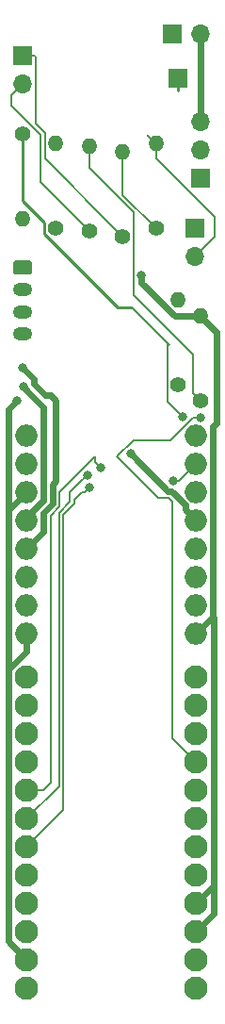
<source format=gbr>
G04 #@! TF.GenerationSoftware,KiCad,Pcbnew,5.1.2-f72e74a~84~ubuntu18.04.1*
G04 #@! TF.CreationDate,2019-08-23T19:05:58+08:00*
G04 #@! TF.ProjectId,handyfan,68616e64-7966-4616-9e2e-6b696361645f,rev?*
G04 #@! TF.SameCoordinates,Original*
G04 #@! TF.FileFunction,Copper,L2,Bot*
G04 #@! TF.FilePolarity,Positive*
%FSLAX46Y46*%
G04 Gerber Fmt 4.6, Leading zero omitted, Abs format (unit mm)*
G04 Created by KiCad (PCBNEW 5.1.2-f72e74a~84~ubuntu18.04.1) date 2019-08-23 19:05:58*
%MOMM*%
%LPD*%
G04 APERTURE LIST*
%ADD10C,2.100000*%
%ADD11R,1.700000X1.700000*%
%ADD12O,1.700000X1.700000*%
%ADD13C,0.100000*%
%ADD14C,1.200000*%
%ADD15O,1.750000X1.200000*%
%ADD16C,1.400000*%
%ADD17O,1.400000X1.400000*%
%ADD18O,2.000000X2.000000*%
%ADD19C,0.800000*%
%ADD20C,0.250000*%
%ADD21C,0.600000*%
%ADD22C,0.200000*%
G04 APERTURE END LIST*
D10*
X107620000Y-153700000D03*
X107620000Y-151160000D03*
X107620000Y-148620000D03*
X107620000Y-146080000D03*
X107620000Y-143540000D03*
X107620000Y-141000000D03*
X107620000Y-138460000D03*
X107620000Y-135920000D03*
X107620000Y-133380000D03*
X107620000Y-130840000D03*
X107620000Y-128300000D03*
X107620000Y-125760000D03*
X92380000Y-125760000D03*
X92380000Y-128300000D03*
X92380000Y-130840000D03*
X92380000Y-133380000D03*
X92380000Y-135920000D03*
X92380000Y-138460000D03*
X92380000Y-141000000D03*
X92380000Y-143540000D03*
X92380000Y-146080000D03*
X92380000Y-148620000D03*
X92380000Y-151160000D03*
X92380000Y-153700000D03*
D11*
X106000000Y-72000000D03*
X105460000Y-68000000D03*
D12*
X108000000Y-68000000D03*
D11*
X92000000Y-70000000D03*
D12*
X92000000Y-72540000D03*
X107500000Y-88040000D03*
D11*
X107500000Y-85500000D03*
X108000000Y-81000000D03*
D12*
X108000000Y-78460000D03*
X108000000Y-75920000D03*
D13*
G36*
X92649505Y-88401204D02*
G01*
X92673773Y-88404804D01*
X92697572Y-88410765D01*
X92720671Y-88419030D01*
X92742850Y-88429520D01*
X92763893Y-88442132D01*
X92783599Y-88456747D01*
X92801777Y-88473223D01*
X92818253Y-88491401D01*
X92832868Y-88511107D01*
X92845480Y-88532150D01*
X92855970Y-88554329D01*
X92864235Y-88577428D01*
X92870196Y-88601227D01*
X92873796Y-88625495D01*
X92875000Y-88649999D01*
X92875000Y-89350001D01*
X92873796Y-89374505D01*
X92870196Y-89398773D01*
X92864235Y-89422572D01*
X92855970Y-89445671D01*
X92845480Y-89467850D01*
X92832868Y-89488893D01*
X92818253Y-89508599D01*
X92801777Y-89526777D01*
X92783599Y-89543253D01*
X92763893Y-89557868D01*
X92742850Y-89570480D01*
X92720671Y-89580970D01*
X92697572Y-89589235D01*
X92673773Y-89595196D01*
X92649505Y-89598796D01*
X92625001Y-89600000D01*
X91374999Y-89600000D01*
X91350495Y-89598796D01*
X91326227Y-89595196D01*
X91302428Y-89589235D01*
X91279329Y-89580970D01*
X91257150Y-89570480D01*
X91236107Y-89557868D01*
X91216401Y-89543253D01*
X91198223Y-89526777D01*
X91181747Y-89508599D01*
X91167132Y-89488893D01*
X91154520Y-89467850D01*
X91144030Y-89445671D01*
X91135765Y-89422572D01*
X91129804Y-89398773D01*
X91126204Y-89374505D01*
X91125000Y-89350001D01*
X91125000Y-88649999D01*
X91126204Y-88625495D01*
X91129804Y-88601227D01*
X91135765Y-88577428D01*
X91144030Y-88554329D01*
X91154520Y-88532150D01*
X91167132Y-88511107D01*
X91181747Y-88491401D01*
X91198223Y-88473223D01*
X91216401Y-88456747D01*
X91236107Y-88442132D01*
X91257150Y-88429520D01*
X91279329Y-88419030D01*
X91302428Y-88410765D01*
X91326227Y-88404804D01*
X91350495Y-88401204D01*
X91374999Y-88400000D01*
X92625001Y-88400000D01*
X92649505Y-88401204D01*
X92649505Y-88401204D01*
G37*
D14*
X92000000Y-89000000D03*
D15*
X92000000Y-91000000D03*
X92000000Y-93000000D03*
X92000000Y-95000000D03*
D16*
X92000000Y-77000000D03*
D17*
X92000000Y-84620000D03*
X95000000Y-77880000D03*
D16*
X95000000Y-85500000D03*
D17*
X106000000Y-91880000D03*
D16*
X106000000Y-99500000D03*
X101000000Y-86250000D03*
D17*
X101000000Y-78630000D03*
D16*
X98000000Y-85750000D03*
D17*
X98000000Y-78130000D03*
X108000000Y-93380000D03*
D16*
X108000000Y-101000000D03*
D18*
X92380000Y-104110000D03*
X92380000Y-106650000D03*
X92380000Y-109190000D03*
X92380000Y-111730000D03*
X92380000Y-114270000D03*
X92380000Y-116810000D03*
X92380000Y-119350000D03*
X92380000Y-121890000D03*
X107620000Y-121890000D03*
X107620000Y-119350000D03*
X107620000Y-116810000D03*
X107620000Y-114270000D03*
X107620000Y-111730000D03*
X107620000Y-109190000D03*
X107620000Y-106650000D03*
X107620000Y-104110000D03*
D16*
X104000000Y-85500000D03*
D17*
X104000000Y-77880000D03*
D19*
X91500000Y-101000000D03*
X102700011Y-89682055D03*
X92053026Y-99739852D03*
X92000000Y-98000000D03*
X101755018Y-105755018D03*
X108000000Y-102500000D03*
X106397666Y-102418367D03*
X99000000Y-107000000D03*
X97844987Y-107644977D03*
X97986731Y-108773164D03*
X105562388Y-108192996D03*
D20*
X106000000Y-72000000D02*
X106000000Y-73100000D01*
D21*
X92380000Y-151160000D02*
X90750000Y-149530000D01*
X92380000Y-123490000D02*
X92380000Y-121890000D01*
X90750000Y-125120000D02*
X92380000Y-123490000D01*
X90750000Y-149530000D02*
X90750000Y-125120000D01*
X92380000Y-121890000D02*
X92380000Y-121880000D01*
X90750000Y-110820000D02*
X92380000Y-109190000D01*
X90750000Y-125120000D02*
X90750000Y-111250000D01*
X90750000Y-111250000D02*
X90750000Y-110820000D01*
X108619999Y-120890001D02*
X107620000Y-121890000D01*
X109120001Y-120389999D02*
X108619999Y-120890001D01*
X108669999Y-145030001D02*
X107620000Y-146080000D01*
X109170001Y-120439999D02*
X109170001Y-144529999D01*
X109170001Y-144529999D02*
X108669999Y-145030001D01*
X109120001Y-120389999D02*
X109170001Y-120439999D01*
X109170001Y-147069999D02*
X107620000Y-148620000D01*
X109170001Y-144529999D02*
X109170001Y-147069999D01*
X108000000Y-69202081D02*
X108000000Y-75920000D01*
X108000000Y-68000000D02*
X108000000Y-69202081D01*
X90750000Y-111250000D02*
X90750000Y-101750000D01*
D22*
X103300001Y-77180001D02*
X104000000Y-77880000D01*
X103249999Y-77129999D02*
X103300001Y-77180001D01*
D21*
X90750000Y-101750000D02*
X91500000Y-101000000D01*
D22*
X104000000Y-79240002D02*
X109259998Y-84500000D01*
X104000000Y-77880000D02*
X104000000Y-79240002D01*
X109259998Y-86280002D02*
X107500000Y-88040000D01*
X109259998Y-84500000D02*
X109259998Y-86280002D01*
D21*
X107010051Y-93380000D02*
X108000000Y-93380000D01*
X105723998Y-93380000D02*
X107010051Y-93380000D01*
X102700011Y-90356013D02*
X105723998Y-93380000D01*
X102700011Y-89682055D02*
X102700011Y-90356013D01*
X109120001Y-103271459D02*
X109400001Y-102991459D01*
X109400001Y-94780001D02*
X108699999Y-94079999D01*
X109120001Y-120389999D02*
X109120001Y-103271459D01*
X108699999Y-94079999D02*
X108000000Y-93380000D01*
X109400001Y-102991459D02*
X109400001Y-94780001D01*
D22*
X93150001Y-70100001D02*
X93150001Y-76084301D01*
X93999999Y-76934299D02*
X93999999Y-79249999D01*
X93050000Y-70000000D02*
X93150001Y-70100001D01*
X100300001Y-85550001D02*
X101000000Y-86250000D01*
X93150001Y-76084301D02*
X93999999Y-76934299D01*
X92000000Y-70000000D02*
X93050000Y-70000000D01*
X93999999Y-79249999D02*
X100300001Y-85550001D01*
D21*
X93880001Y-109910000D02*
X93880001Y-101566827D01*
X92380000Y-111730000D02*
X92380000Y-111410002D01*
X92380000Y-111410002D02*
X93880001Y-109910000D01*
X93880001Y-101566827D02*
X92453025Y-100139851D01*
X92453025Y-100139851D02*
X92053026Y-99739852D01*
D22*
X90999999Y-73540001D02*
X90999999Y-74499999D01*
X92000000Y-72540000D02*
X90999999Y-73540001D01*
X97300001Y-85050001D02*
X98000000Y-85750000D01*
X93599988Y-77099988D02*
X93599988Y-81349988D01*
X93599988Y-81349988D02*
X97300001Y-85050001D01*
X90999999Y-74499999D02*
X93599988Y-77099988D01*
D21*
X94500000Y-100500000D02*
X94000000Y-100500000D01*
X93899989Y-111021398D02*
X94680012Y-110241375D01*
X92380000Y-114270000D02*
X93899989Y-112750011D01*
X92989473Y-98989473D02*
X92399999Y-98399999D01*
X95000000Y-108151457D02*
X95000000Y-101000000D01*
X92399999Y-98399999D02*
X92000000Y-98000000D01*
X93899989Y-112750011D02*
X93899989Y-111021398D01*
X94680012Y-110241375D02*
X94680012Y-108471445D01*
X95000000Y-101000000D02*
X94500000Y-100500000D01*
X94000000Y-100500000D02*
X92989473Y-99489473D01*
X92989473Y-99489473D02*
X92989473Y-98989473D01*
X94680012Y-108471445D02*
X95000000Y-108151457D01*
X105074979Y-109074979D02*
X102155017Y-106155017D01*
X107620000Y-111730000D02*
X106620001Y-110730001D01*
X106620001Y-110730001D02*
X106620001Y-110311825D01*
X106620001Y-110311825D02*
X105383155Y-109074979D01*
X105383155Y-109074979D02*
X105074979Y-109074979D01*
X102155017Y-106155017D02*
X101755018Y-105755018D01*
D22*
X105500000Y-131260000D02*
X107620000Y-133380000D01*
X105134623Y-109674990D02*
X105500000Y-110040367D01*
X107305998Y-102500000D02*
X105305997Y-104500001D01*
X105305997Y-104500001D02*
X101999999Y-104500001D01*
X108000000Y-102500000D02*
X107305998Y-102500000D01*
X101999999Y-104500001D02*
X100500000Y-106000000D01*
X105500000Y-110040367D02*
X105500000Y-131260000D01*
X100500000Y-106000000D02*
X104174990Y-109674990D01*
X104174990Y-109674990D02*
X105134623Y-109674990D01*
X102227092Y-92977100D02*
X101827093Y-92577101D01*
D20*
X100560099Y-92577101D02*
X101827093Y-92577101D01*
X92000000Y-83033000D02*
X93974999Y-85007999D01*
X93974999Y-85992001D02*
X100560099Y-92577101D01*
X93974999Y-85007999D02*
X93974999Y-85992001D01*
X92000000Y-77000000D02*
X92000000Y-83033000D01*
D22*
X105199988Y-95949996D02*
X105124996Y-95875004D01*
X105124996Y-95875004D02*
X102227092Y-92977100D01*
X105000000Y-101020701D02*
X105997667Y-102018368D01*
X105997667Y-102018368D02*
X106397666Y-102418367D01*
X105000000Y-96000000D02*
X105000000Y-101020701D01*
X105124996Y-95875004D02*
X105000000Y-96000000D01*
X93864924Y-135920000D02*
X94500000Y-135284924D01*
X92380000Y-135920000D02*
X93864924Y-135920000D01*
X94500000Y-111269930D02*
X95280023Y-110489908D01*
X95280023Y-110489908D02*
X95280023Y-109219977D01*
X94500000Y-135284924D02*
X94500000Y-111269930D01*
X95280023Y-109219977D02*
X98500000Y-106000000D01*
X98500000Y-106000000D02*
X98500000Y-106500000D01*
X98500000Y-106500000D02*
X99000000Y-107000000D01*
X101000000Y-82500000D02*
X104000000Y-85500000D01*
X101000000Y-78630000D02*
X101000000Y-82500000D01*
X97444988Y-108044976D02*
X97844987Y-107644977D01*
X96274979Y-110060651D02*
X96274979Y-109214985D01*
X95274980Y-111060650D02*
X96274979Y-110060651D01*
X96274979Y-109214985D02*
X97444988Y-108044976D01*
X95274980Y-135565020D02*
X95274980Y-111060650D01*
X92380000Y-138460000D02*
X95274980Y-135565020D01*
X95674991Y-111226339D02*
X96674990Y-110226340D01*
X97586732Y-109173163D02*
X97986731Y-108773164D01*
X97367204Y-109173163D02*
X97586732Y-109173163D01*
X96674990Y-109865377D02*
X97367204Y-109173163D01*
X95674990Y-137705010D02*
X95674991Y-111226339D01*
X92380000Y-141000000D02*
X95674990Y-137705010D01*
X96674990Y-110226340D02*
X96674990Y-109865377D01*
X107300001Y-96800001D02*
X107300001Y-100300001D01*
X107300001Y-100300001D02*
X108000000Y-101000000D01*
X98000000Y-78130000D02*
X98000000Y-80065700D01*
X102000001Y-91500001D02*
X107300001Y-96800001D01*
X98000000Y-80065700D02*
X102000001Y-84065701D01*
X102000001Y-84065701D02*
X102000001Y-91500001D01*
X106077004Y-108192996D02*
X105562388Y-108192996D01*
X107620000Y-106650000D02*
X106077004Y-108192996D01*
M02*

</source>
